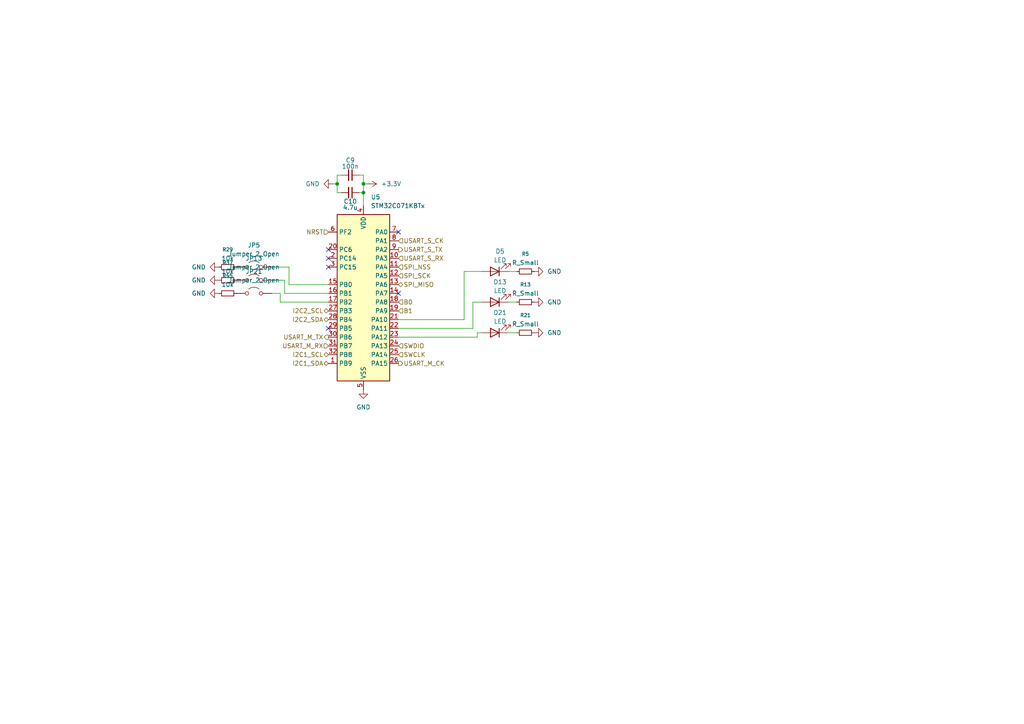
<source format=kicad_sch>
(kicad_sch (version 20250114) (generator "eeschema") (generator_version "9.0")
  (paper "A4")
  (lib_symbols
    (symbol "Device:C_Small" (pin_numbers (hide yes)) (pin_names (offset 0.254) (hide yes))
      (property "Reference" "C" (at 0.254 1.778 0))
      (property "Value" "C_Small" (at 0.254 -2.032 0))
      (symbol "C_Small_0_1"
        (polyline (pts (xy -1.524 0.508) (xy 1.524 0.508)) (stroke (width 0.3048)))
        (polyline (pts (xy -1.524 -0.508) (xy 1.524 -0.508)) (stroke (width 0.3302)))
      )
      (symbol "C_Small_1_1"
        (pin passive line (at 0 2.54 270) (length 2.032) (name "~") (number "1"))
        (pin passive line (at 0 -2.54 90) (length 2.032) (name "~") (number "2"))
      )
    )
    (symbol "Device:LED" (pin_numbers (hide yes)) (pin_names (offset 1.016) (hide yes))
      (property "Reference" "D" (at 0 2.54 0))
      (property "Value" "LED" (at 0 -2.54 0))
      (symbol "LED_0_1"
        (polyline (pts (xy -3.048 -0.762) (xy -4.572 -2.286) (xy -3.81 -2.286) (xy -4.572 -2.286) (xy -4.572 -1.524)))
        (polyline (pts (xy -1.778 -0.762) (xy -3.302 -2.286) (xy -2.54 -2.286) (xy -3.302 -2.286) (xy -3.302 -1.524)))
        (polyline (pts (xy -1.27 0) (xy 1.27 0)))
        (polyline (pts (xy -1.27 -1.27) (xy -1.27 1.27)) (stroke (width 0.254)))
        (polyline (pts (xy 1.27 -1.27) (xy 1.27 1.27) (xy -1.27 0) (xy 1.27 -1.27)) (stroke (width 0.254)))
      )
      (symbol "LED_1_1"
        (pin passive line (at -3.81 0 0) (length 2.54) (name "K") (number "1"))
        (pin passive line (at 3.81 0 180) (length 2.54) (name "A") (number "2"))
      )
    )
    (symbol "Device:R_Small" (pin_numbers (hide yes)) (pin_names (offset 0.254) (hide yes))
      (property "Reference" "R" (at 0 0 90))
      (property "Value" "R_Small" (at 1.778 0 90))
      (symbol "R_Small_0_1"
        (rectangle (start -0.762 1.778) (end 0.762 -1.778) (stroke (width 0.2032)))
      )
      (symbol "R_Small_1_1"
        (pin passive line (at 0 2.54 270) (length 0.762) (name "~") (number "1"))
        (pin passive line (at 0 -2.54 90) (length 0.762) (name "~") (number "2"))
      )
    )
    (symbol "Jumper:Jumper_2_Open" (pin_numbers (hide yes)) (pin_names (offset 0) (hide yes))
      (property "Reference" "JP" (at 0 2.794 0))
      (property "Value" "Jumper_2_Open" (at 0 -2.286 0))
      (symbol "Jumper_2_Open_0_0"
        (circle (center -2.032 0) (radius 0.508))
        (circle (center 2.032 0) (radius 0.508))
      )
      (symbol "Jumper_2_Open_0_1"
        (arc (start -1.524 1.27) (mid 0 1.778) (end 1.524 1.27))
      )
      (symbol "Jumper_2_Open_1_1"
        (pin passive line (at -5.08 0 0) (length 2.54) (name "A") (number "1"))
        (pin passive line (at 5.08 0 180) (length 2.54) (name "B") (number "2"))
      )
    )
    (symbol "MCU_ST_STM32C0:STM32C071KBTx"
      (property "Reference" "U" (at -7.62 26.67 0))
      (property "Value" "STM32C071KBTx" (at 2.54 26.67 0))
      (symbol "STM32C071KBTx_0_1"
        (rectangle (start -7.62 -22.86) (end 7.62 25.4) (stroke (width 0.254)) (fill (type background)))
      )
      (symbol "STM32C071KBTx_1_1"
        (pin bidirectional line (at -10.16 20.32 0) (length 2.54) (name "PF2") (number "6"))
        (pin bidirectional line (at -10.16 15.24 0) (length 2.54) (name "PC6") (number "20"))
        (pin bidirectional line (at -10.16 12.7 0) (length 2.54) (name "PC14") (number "2"))
        (pin bidirectional line (at -10.16 10.16 0) (length 2.54) (name "PC15") (number "3"))
        (pin bidirectional line (at -10.16 5.08 0) (length 2.54) (name "PB0") (number "15"))
        (pin bidirectional line (at -10.16 2.54 0) (length 2.54) (name "PB1") (number "16"))
        (pin bidirectional line (at -10.16 0 0) (length 2.54) (name "PB2") (number "17"))
        (pin bidirectional line (at -10.16 -2.54 0) (length 2.54) (name "PB3") (number "27"))
        (pin bidirectional line (at -10.16 -5.08 0) (length 2.54) (name "PB4") (number "28"))
        (pin bidirectional line (at -10.16 -7.62 0) (length 2.54) (name "PB5") (number "29"))
        (pin bidirectional line (at -10.16 -10.16 0) (length 2.54) (name "PB6") (number "30"))
        (pin bidirectional line (at -10.16 -12.7 0) (length 2.54) (name "PB7") (number "31"))
        (pin bidirectional line (at -10.16 -15.24 0) (length 2.54) (name "PB8") (number "32"))
        (pin bidirectional line (at -10.16 -17.78 0) (length 2.54) (name "PB9") (number "1"))
        (pin power_in line (at 0 27.94 270) (length 2.54) (name "VDD") (number "4"))
        (pin power_in line (at 0 -25.4 90) (length 2.54) (name "VSS") (number "5"))
        (pin bidirectional line (at 10.16 20.32 180) (length 2.54) (name "PA0") (number "7"))
        (pin bidirectional line (at 10.16 17.78 180) (length 2.54) (name "PA1") (number "8"))
        (pin bidirectional line (at 10.16 15.24 180) (length 2.54) (name "PA2") (number "9"))
        (pin bidirectional line (at 10.16 12.7 180) (length 2.54) (name "PA3") (number "10"))
        (pin bidirectional line (at 10.16 10.16 180) (length 2.54) (name "PA4") (number "11"))
        (pin bidirectional line (at 10.16 7.62 180) (length 2.54) (name "PA5") (number "12"))
        (pin bidirectional line (at 10.16 5.08 180) (length 2.54) (name "PA6") (number "13"))
        (pin bidirectional line (at 10.16 2.54 180) (length 2.54) (name "PA7") (number "14"))
        (pin bidirectional line (at 10.16 0 180) (length 2.54) (name "PA8") (number "18"))
        (pin bidirectional line (at 10.16 -2.54 180) (length 2.54) (name "PA9") (number "19"))
        (pin bidirectional line (at 10.16 -5.08 180) (length 2.54) (name "PA10") (number "21"))
        (pin bidirectional line (at 10.16 -7.62 180) (length 2.54) (name "PA11") (number "22"))
        (pin bidirectional line (at 10.16 -10.16 180) (length 2.54) (name "PA12") (number "23"))
        (pin bidirectional line (at 10.16 -12.7 180) (length 2.54) (name "PA13") (number "24"))
        (pin bidirectional line (at 10.16 -15.24 180) (length 2.54) (name "PA14") (number "25"))
        (pin bidirectional line (at 10.16 -17.78 180) (length 2.54) (name "PA15") (number "26"))
      )
    )
    (symbol "power:+3.3V" (power) (pin_numbers (hide yes)) (pin_names (offset 0) (hide yes))
      (property "Value" "+3.3V" (at 0 3.556 0))
      (symbol "+3.3V_0_1"
        (polyline (pts (xy -0.762 1.27) (xy 0 2.54)))
        (polyline (pts (xy 0 2.54) (xy 0.762 1.27)))
        (polyline (pts (xy 0 0) (xy 0 2.54)))
      )
      (symbol "+3.3V_1_1"
        (pin power_in line (at 0 0 90) (length 0) (name "~") (number "1"))
      )
    )
    (symbol "power:GND" (power) (pin_numbers (hide yes)) (pin_names (offset 0) (hide yes))
      (property "Value" "GND" (at 0 -3.81 0))
      (symbol "GND_0_1"
        (polyline (pts (xy 0 0) (xy 0 -1.27) (xy 1.27 -1.27) (xy 0 -2.54) (xy -1.27 -1.27) (xy 0 -1.27)))
      )
      (symbol "GND_1_1"
        (pin power_in line (at 0 0 270) (length 0) (name "~") (number "1"))
      )
    )
  )
  (junction (at 97.79 53.34))
  (junction (at 105.41 53.34))
  (junction (at 105.41 55.88))
  (no_connect (at 95.25 77.47))
  (no_connect (at 115.57 85.09))
  (no_connect (at 95.25 72.39))
  (no_connect (at 115.57 67.31))
  (no_connect (at 95.25 95.25))
  (no_connect (at 95.25 74.93))
  (wire (pts (xy 149.86 96.52) (xy 147.32 96.52)))
  (wire (pts (xy 138.43 96.52) (xy 139.7 96.52)))
  (wire (pts (xy 147.32 78.74) (xy 149.86 78.74)))
  (wire (pts (xy 81.28 87.63) (xy 81.28 85.09)))
  (wire (pts (xy 97.79 50.8) (xy 99.06 50.8)))
  (wire (pts (xy 137.16 87.63) (xy 139.7 87.63)))
  (wire (pts (xy 138.43 97.79) (xy 115.57 97.79)))
  (wire (pts (xy 115.57 95.25) (xy 137.16 95.25)))
  (wire (pts (xy 105.41 53.34) (xy 105.41 55.88)))
  (wire (pts (xy 97.79 50.8) (xy 97.79 53.34)))
  (wire (pts (xy 83.82 77.47) (xy 78.74 77.47)))
  (wire (pts (xy 137.16 95.25) (xy 137.16 87.63)))
  (wire (pts (xy 147.32 87.63) (xy 149.86 87.63)))
  (wire (pts (xy 95.25 85.09) (xy 82.55 85.09)))
  (wire (pts (xy 82.55 85.09) (xy 82.55 81.28)))
  (wire (pts (xy 105.41 55.88) (xy 105.41 59.69)))
  (wire (pts (xy 97.79 53.34) (xy 97.79 55.88)))
  (wire (pts (xy 83.82 82.55) (xy 83.82 77.47)))
  (wire (pts (xy 105.41 53.34) (xy 105.41 50.8)))
  (wire (pts (xy 104.14 50.8) (xy 105.41 50.8)))
  (wire (pts (xy 106.68 53.34) (xy 105.41 53.34)))
  (wire (pts (xy 115.57 92.71) (xy 134.62 92.71)))
  (wire (pts (xy 97.79 55.88) (xy 99.06 55.88)))
  (wire (pts (xy 95.25 82.55) (xy 83.82 82.55)))
  (wire (pts (xy 96.52 53.34) (xy 97.79 53.34)))
  (wire (pts (xy 104.14 55.88) (xy 105.41 55.88)))
  (wire (pts (xy 78.74 85.09) (xy 81.28 85.09)))
  (wire (pts (xy 95.25 87.63) (xy 81.28 87.63)))
  (wire (pts (xy 138.43 96.52) (xy 138.43 97.79)))
  (wire (pts (xy 134.62 92.71) (xy 134.62 78.74)))
  (wire (pts (xy 82.55 81.28) (xy 78.74 81.28)))
  (wire (pts (xy 134.62 78.74) (xy 139.7 78.74)))
  (hierarchical_label "I2C1_SDA" (shape bidirectional) (at 95.25 105.41 180))
  (hierarchical_label "USART_M_RX" (shape input) (at 95.25 100.33 180))
  (hierarchical_label "B1" (shape input) (at 115.57 90.17 0))
  (hierarchical_label "I2C1_SCL" (shape bidirectional) (at 95.25 102.87 180))
  (hierarchical_label "B0" (shape input) (at 115.57 87.63 0))
  (hierarchical_label "SWDIO" (shape input) (at 115.57 100.33 0))
  (hierarchical_label "USART_S_TX" (shape output) (at 115.57 72.39 0))
  (hierarchical_label "USART_S_CK" (shape input) (at 115.57 69.85 0))
  (hierarchical_label "I2C2_SDA" (shape bidirectional) (at 95.25 92.71 180))
  (hierarchical_label "USART_M_TX" (shape output) (at 95.25 97.79 180))
  (hierarchical_label "NRST" (shape input) (at 95.25 67.31 180))
  (hierarchical_label "USART_S_RX" (shape input) (at 115.57 74.93 0))
  (hierarchical_label "SPI_NSS" (shape input) (at 115.57 77.47 0))
  (hierarchical_label "USART_M_CK" (shape output) (at 115.57 105.41 0))
  (hierarchical_label "SPI_MISO" (shape bidirectional) (at 115.57 82.55 0))
  (hierarchical_label "I2C2_SCL" (shape bidirectional) (at 95.25 90.17 180))
  (hierarchical_label "SWCLK" (shape input) (at 115.57 102.87 0))
  (hierarchical_label "SPI_SCK" (shape input) (at 115.57 80.01 0))
  (symbol (lib_id "Device:R_Small") (at 152.4 78.74 90) (unit 1)
    (property "Reference" "R1" (at 152.4 73.66 90) (effects (font (size 1.016 1.016))))
    (property "Value" "R_Small" (at 152.4 76.2 90))
    (property "Footprint" "PCM_Resistor_SMD_AKL:R_0603_1608Metric_Pad0.98x0.95mm_HandSolder" (effects (hide yes)))
    (property "Description" "Resistor, small symbol" (effects (hide yes)))
    (instances (project "unit" (path "" (reference "R5") (unit 1)) (path "" (reference "R8") (unit 1)) (path "" (reference "R3") (unit 1)) (path "" (reference "R6") (unit 1)) (path "" (reference "R7") (unit 1)) (path "" (reference "R2") (unit 1)) (path "" (reference "R4") (unit 1)) (path "" (reference "R1") (unit 1))))
  )
  (symbol (lib_id "power:GND") (at 105.41 113.03 0) (unit 1)
    (property "Reference" "#PWR02" (effects (hide yes)))
    (property "Value" "GND" (at 105.41 118.11 0))
    (property "Description" "Power symbol creates a global label with name \"GND\" , ground" (effects (hide yes)))
    (instances (project "unit" (path "" (reference "#PWR014") (unit 1)) (path "" (reference "#PWR023") (unit 1)) (path "" (reference "#PWR08") (unit 1)) (path "" (reference "#PWR017") (unit 1)) (path "" (reference "#PWR020") (unit 1)) (path "" (reference "#PWR05") (unit 1)) (path "" (reference "#PWR011") (unit 1)) (path "" (reference "#PWR02") (unit 1))))
  )
  (symbol (lib_id "Device:LED") (at 143.51 96.52 180) (unit 1)
    (property "Reference" "D17" (at 145.034 90.678 0))
    (property "Value" "LED" (at 145.034 93.218 0))
    (property "Footprint" "LED_SMD:LED_0603_1608Metric_Pad1.05x0.95mm_HandSolder" (effects (hide yes)))
    (property "Description" "Light emitting diode" (effects (hide yes)))
    (property "Sim.Pins" "1=K 2=A" (effects (hide yes)))
    (instances (project "unit" (path "" (reference "D21") (unit 1)) (path "" (reference "D24") (unit 1)) (path "" (reference "D19") (unit 1)) (path "" (reference "D22") (unit 1)) (path "" (reference "D23") (unit 1)) (path "" (reference "D18") (unit 1)) (path "" (reference "D20") (unit 1)) (path "" (reference "D17") (unit 1))))
  )
  (symbol (lib_id "MCU_ST_STM32C0:STM32C071KBTx") (at 105.41 87.63 0) (unit 1)
    (property "Reference" "U1" (at 107.5533 57.15 0) (effects (justify left)))
    (property "Value" "STM32C071KBTx" (at 107.5533 59.69 0) (effects (justify left)))
    (property "Footprint" "Package_QFP:LQFP-32_7x7mm_P0.8mm" (effects (hide yes)))
    (property "Datasheet" "https://www.st.com/resource/en/datasheet/stm32c071kb.pdf" (effects (hide yes)))
    (property "Description" "STMicroelectronics Arm Cortex-M0+ MCU, 128KB flash, 24KB RAM, 30 GPIO, LQFP32_GP" (effects (hide yes)))
    (instances (project "unit" (path "" (reference "U5") (unit 1)) (path "" (reference "U8") (unit 1)) (path "" (reference "U3") (unit 1)) (path "" (reference "U6") (unit 1)) (path "" (reference "U7") (unit 1)) (path "" (reference "U2") (unit 1)) (path "" (reference "U4") (unit 1)) (path "" (reference "U1") (unit 1))))
  )
  (symbol (lib_id "power:GND") (at 154.94 78.74 90) (unit 1)
    (property "Reference" "#PWR041" (effects (hide yes)))
    (property "Value" "GND" (at 158.75 78.7399 90) (effects (justify right)))
    (property "Description" "Power symbol creates a global label with name \"GND\" , ground" (effects (hide yes)))
    (instances (project "unit" (path "" (reference "#PWR045") (unit 1)) (path "" (reference "#PWR048") (unit 1)) (path "" (reference "#PWR043") (unit 1)) (path "" (reference "#PWR046") (unit 1)) (path "" (reference "#PWR047") (unit 1)) (path "" (reference "#PWR042") (unit 1)) (path "" (reference "#PWR044") (unit 1)) (path "" (reference "#PWR041") (unit 1))))
  )
  (symbol (lib_id "Device:R_Small") (at 66.04 85.09 90) (unit 1)
    (property "Reference" "R41" (at 66.04 80.01 90) (effects (font (size 1.016 1.016))))
    (property "Value" "10k" (at 66.04 82.55 90))
    (property "Footprint" "PCM_Resistor_SMD_AKL:R_0603_1608Metric_Pad0.98x0.95mm_HandSolder" (effects (hide yes)))
    (property "Description" "Resistor, small symbol" (effects (hide yes)))
    (instances (project "unit" (path "" (reference "R45") (unit 1)) (path "" (reference "R48") (unit 1)) (path "" (reference "R43") (unit 1)) (path "" (reference "R46") (unit 1)) (path "" (reference "R47") (unit 1)) (path "" (reference "R42") (unit 1)) (path "" (reference "R44") (unit 1)) (path "" (reference "R41") (unit 1))))
  )
  (symbol (lib_id "Jumper:Jumper_2_Open") (at 73.66 81.28 0) (unit 1)
    (property "Reference" "JP9" (at 73.66 74.93 0))
    (property "Value" "Jumper_2_Open" (at 73.66 77.47 0))
    (property "Footprint" "PCM_Jumper_AKL:Jumper_P2.54mm_D1.2mm" (effects (hide yes)))
    (property "Description" "Jumper, 2-pole, open" (effects (hide yes)))
    (instances (project "unit" (path "" (reference "JP13") (unit 1)) (path "" (reference "JP16") (unit 1)) (path "" (reference "JP11") (unit 1)) (path "" (reference "JP14") (unit 1)) (path "" (reference "JP15") (unit 1)) (path "" (reference "JP10") (unit 1)) (path "" (reference "JP12") (unit 1)) (path "" (reference "JP9") (unit 1))))
  )
  (symbol (lib_id "Device:C_Small") (at 101.6 55.88 270) (unit 1)
    (property "Reference" "C2" (at 101.6 58.42 90))
    (property "Value" "4.7u" (at 101.6 60.198 90))
    (property "Footprint" "Capacitor_SMD:C_0603_1608Metric" (effects (hide yes)))
    (property "Description" "Unpolarized capacitor, small symbol" (effects (hide yes)))
    (instances (project "unit" (path "" (reference "C10") (unit 1)) (path "" (reference "C16") (unit 1)) (path "" (reference "C6") (unit 1)) (path "" (reference "C12") (unit 1)) (path "" (reference "C14") (unit 1)) (path "" (reference "C4") (unit 1)) (path "" (reference "C8") (unit 1)) (path "" (reference "C2") (unit 1))))
  )
  (symbol (lib_id "Device:LED") (at 143.51 78.74 180) (unit 1)
    (property "Reference" "D1" (at 145.034 72.898 0))
    (property "Value" "LED" (at 145.034 75.438 0))
    (property "Footprint" "LED_SMD:LED_0603_1608Metric_Pad1.05x0.95mm_HandSolder" (effects (hide yes)))
    (property "Description" "Light emitting diode" (effects (hide yes)))
    (property "Sim.Pins" "1=K 2=A" (effects (hide yes)))
    (instances (project "unit" (path "" (reference "D5") (unit 1)) (path "" (reference "D8") (unit 1)) (path "" (reference "D3") (unit 1)) (path "" (reference "D6") (unit 1)) (path "" (reference "D7") (unit 1)) (path "" (reference "D2") (unit 1)) (path "" (reference "D4") (unit 1)) (path "" (reference "D1") (unit 1))))
  )
  (symbol (lib_id "Jumper:Jumper_2_Open") (at 73.66 77.47 0) (unit 1)
    (property "Reference" "JP1" (at 73.66 71.12 0))
    (property "Value" "Jumper_2_Open" (at 73.66 73.66 0))
    (property "Footprint" "PCM_Jumper_AKL:Jumper_P2.54mm_D1.2mm" (effects (hide yes)))
    (property "Description" "Jumper, 2-pole, open" (effects (hide yes)))
    (instances (project "unit" (path "" (reference "JP5") (unit 1)) (path "" (reference "JP8") (unit 1)) (path "" (reference "JP3") (unit 1)) (path "" (reference "JP6") (unit 1)) (path "" (reference "JP7") (unit 1)) (path "" (reference "JP2") (unit 1)) (path "" (reference "JP4") (unit 1)) (path "" (reference "JP1") (unit 1))))
  )
  (symbol (lib_id "power:GND") (at 63.5 81.28 270) (unit 1)
    (property "Reference" "#PWR057" (effects (hide yes)))
    (property "Value" "GND" (at 59.69 81.2799 90) (effects (justify right)))
    (property "Description" "Power symbol creates a global label with name \"GND\" , ground" (effects (hide yes)))
    (instances (project "unit" (path "" (reference "#PWR061") (unit 1)) (path "" (reference "#PWR064") (unit 1)) (path "" (reference "#PWR059") (unit 1)) (path "" (reference "#PWR062") (unit 1)) (path "" (reference "#PWR063") (unit 1)) (path "" (reference "#PWR058") (unit 1)) (path "" (reference "#PWR060") (unit 1)) (path "" (reference "#PWR057") (unit 1))))
  )
  (symbol (lib_id "power:GND") (at 63.5 85.09 270) (unit 1)
    (property "Reference" "#PWR049" (effects (hide yes)))
    (property "Value" "GND" (at 59.69 85.0899 90) (effects (justify right)))
    (property "Description" "Power symbol creates a global label with name \"GND\" , ground" (effects (hide yes)))
    (instances (project "unit" (path "" (reference "#PWR053") (unit 1)) (path "" (reference "#PWR056") (unit 1)) (path "" (reference "#PWR051") (unit 1)) (path "" (reference "#PWR054") (unit 1)) (path "" (reference "#PWR055") (unit 1)) (path "" (reference "#PWR050") (unit 1)) (path "" (reference "#PWR052") (unit 1)) (path "" (reference "#PWR049") (unit 1))))
  )
  (symbol (lib_id "Device:C_Small") (at 101.6 50.8 270) (unit 1)
    (property "Reference" "C1" (at 101.6 46.482 90))
    (property "Value" "100n" (at 101.6 48.26 90))
    (property "Footprint" "Capacitor_SMD:C_0603_1608Metric" (effects (hide yes)))
    (property "Description" "Unpolarized capacitor, small symbol" (effects (hide yes)))
    (instances (project "unit" (path "" (reference "C9") (unit 1)) (path "" (reference "C15") (unit 1)) (path "" (reference "C5") (unit 1)) (path "" (reference "C11") (unit 1)) (path "" (reference "C13") (unit 1)) (path "" (reference "C3") (unit 1)) (path "" (reference "C7") (unit 1)) (path "" (reference "C1") (unit 1))))
  )
  (symbol (lib_id "power:+3.3V") (at 106.68 53.34 270) (unit 1)
    (property "Reference" "#PWR01" (effects (hide yes)))
    (property "Value" "+3.3V" (at 110.49 53.3399 90) (effects (justify left)))
    (property "Description" "Power symbol creates a global label with name \"+3.3V\"" (effects (hide yes)))
    (instances (project "unit" (path "" (reference "#PWR015") (unit 1)) (path "" (reference "#PWR024") (unit 1)) (path "" (reference "#PWR09") (unit 1)) (path "" (reference "#PWR018") (unit 1)) (path "" (reference "#PWR021") (unit 1)) (path "" (reference "#PWR06") (unit 1)) (path "" (reference "#PWR012") (unit 1)) (path "" (reference "#PWR01") (unit 1))))
  )
  (symbol (lib_id "power:GND") (at 96.52 53.34 270) (unit 1)
    (property "Reference" "#PWR03" (effects (hide yes)))
    (property "Value" "GND" (at 92.71 53.3399 90) (effects (justify right)))
    (property "Description" "Power symbol creates a global label with name \"GND\" , ground" (effects (hide yes)))
    (instances (project "unit" (path "" (reference "#PWR013") (unit 1)) (path "" (reference "#PWR022") (unit 1)) (path "" (reference "#PWR07") (unit 1)) (path "" (reference "#PWR016") (unit 1)) (path "" (reference "#PWR019") (unit 1)) (path "" (reference "#PWR04") (unit 1)) (path "" (reference "#PWR010") (unit 1)) (path "" (reference "#PWR03") (unit 1))))
  )
  (symbol (lib_id "Device:R_Small") (at 66.04 77.47 90) (unit 1)
    (property "Reference" "R25" (at 66.04 72.39 90) (effects (font (size 1.016 1.016))))
    (property "Value" "10k" (at 66.04 74.93 90))
    (property "Footprint" "PCM_Resistor_SMD_AKL:R_0603_1608Metric_Pad0.98x0.95mm_HandSolder" (effects (hide yes)))
    (property "Description" "Resistor, small symbol" (effects (hide yes)))
    (instances (project "unit" (path "" (reference "R29") (unit 1)) (path "" (reference "R32") (unit 1)) (path "" (reference "R27") (unit 1)) (path "" (reference "R30") (unit 1)) (path "" (reference "R31") (unit 1)) (path "" (reference "R26") (unit 1)) (path "" (reference "R28") (unit 1)) (path "" (reference "R25") (unit 1))))
  )
  (symbol (lib_id "Device:LED") (at 143.51 87.63 180) (unit 1)
    (property "Reference" "D9" (at 145.034 81.788 0))
    (property "Value" "LED" (at 145.034 84.328 0))
    (property "Footprint" "LED_SMD:LED_0603_1608Metric_Pad1.05x0.95mm_HandSolder" (effects (hide yes)))
    (property "Description" "Light emitting diode" (effects (hide yes)))
    (property "Sim.Pins" "1=K 2=A" (effects (hide yes)))
    (instances (project "unit" (path "" (reference "D13") (unit 1)) (path "" (reference "D16") (unit 1)) (path "" (reference "D11") (unit 1)) (path "" (reference "D14") (unit 1)) (path "" (reference "D15") (unit 1)) (path "" (reference "D10") (unit 1)) (path "" (reference "D12") (unit 1)) (path "" (reference "D9") (unit 1))))
  )
  (symbol (lib_id "Device:R_Small") (at 152.4 96.52 90) (unit 1)
    (property "Reference" "R17" (at 152.4 91.44 90) (effects (font (size 1.016 1.016))))
    (property "Value" "R_Small" (at 152.4 93.98 90))
    (property "Footprint" "PCM_Resistor_SMD_AKL:R_0603_1608Metric_Pad0.98x0.95mm_HandSolder" (effects (hide yes)))
    (property "Description" "Resistor, small symbol" (effects (hide yes)))
    (instances (project "unit" (path "" (reference "R21") (unit 1)) (path "" (reference "R24") (unit 1)) (path "" (reference "R19") (unit 1)) (path "" (reference "R22") (unit 1)) (path "" (reference "R23") (unit 1)) (path "" (reference "R18") (unit 1)) (path "" (reference "R20") (unit 1)) (path "" (reference "R17") (unit 1))))
  )
  (symbol (lib_id "Device:R_Small") (at 66.04 81.28 90) (unit 1)
    (property "Reference" "R33" (at 66.04 76.2 90) (effects (font (size 1.016 1.016))))
    (property "Value" "10k" (at 66.04 78.74 90))
    (property "Footprint" "PCM_Resistor_SMD_AKL:R_0603_1608Metric_Pad0.98x0.95mm_HandSolder" (effects (hide yes)))
    (property "Description" "Resistor, small symbol" (effects (hide yes)))
    (instances (project "unit" (path "" (reference "R37") (unit 1)) (path "" (reference "R40") (unit 1)) (path "" (reference "R35") (unit 1)) (path "" (reference "R38") (unit 1)) (path "" (reference "R39") (unit 1)) (path "" (reference "R34") (unit 1)) (path "" (reference "R36") (unit 1)) (path "" (reference "R33") (unit 1))))
  )
  (symbol (lib_id "power:GND") (at 63.5 77.47 270) (unit 1)
    (property "Reference" "#PWR065" (effects (hide yes)))
    (property "Value" "GND" (at 59.69 77.4699 90) (effects (justify right)))
    (property "Description" "Power symbol creates a global label with name \"GND\" , ground" (effects (hide yes)))
    (instances (project "unit" (path "" (reference "#PWR069") (unit 1)) (path "" (reference "#PWR072") (unit 1)) (path "" (reference "#PWR067") (unit 1)) (path "" (reference "#PWR070") (unit 1)) (path "" (reference "#PWR071") (unit 1)) (path "" (reference "#PWR066") (unit 1)) (path "" (reference "#PWR068") (unit 1)) (path "" (reference "#PWR065") (unit 1))))
  )
  (symbol (lib_id "Device:R_Small") (at 152.4 87.63 90) (unit 1)
    (property "Reference" "R9" (at 152.4 82.55 90) (effects (font (size 1.016 1.016))))
    (property "Value" "R_Small" (at 152.4 85.09 90))
    (property "Footprint" "PCM_Resistor_SMD_AKL:R_0603_1608Metric_Pad0.98x0.95mm_HandSolder" (effects (hide yes)))
    (property "Description" "Resistor, small symbol" (effects (hide yes)))
    (instances (project "unit" (path "" (reference "R13") (unit 1)) (path "" (reference "R16") (unit 1)) (path "" (reference "R11") (unit 1)) (path "" (reference "R14") (unit 1)) (path "" (reference "R15") (unit 1)) (path "" (reference "R10") (unit 1)) (path "" (reference "R12") (unit 1)) (path "" (reference "R9") (unit 1))))
  )
  (symbol (lib_id "power:GND") (at 154.94 87.63 90) (unit 1)
    (property "Reference" "#PWR033" (effects (hide yes)))
    (property "Value" "GND" (at 158.75 87.6299 90) (effects (justify right)))
    (property "Description" "Power symbol creates a global label with name \"GND\" , ground" (effects (hide yes)))
    (instances (project "unit" (path "" (reference "#PWR037") (unit 1)) (path "" (reference "#PWR040") (unit 1)) (path "" (reference "#PWR035") (unit 1)) (path "" (reference "#PWR038") (unit 1)) (path "" (reference "#PWR039") (unit 1)) (path "" (reference "#PWR034") (unit 1)) (path "" (reference "#PWR036") (unit 1)) (path "" (reference "#PWR033") (unit 1))))
  )
  (symbol (lib_id "power:GND") (at 154.94 96.52 90) (unit 1)
    (property "Reference" "#PWR025" (effects (hide yes)))
    (property "Value" "GND" (at 158.75 96.5199 90) (effects (justify right)))
    (property "Description" "Power symbol creates a global label with name \"GND\" , ground" (effects (hide yes)))
    (instances (project "unit" (path "" (reference "#PWR029") (unit 1)) (path "" (reference "#PWR032") (unit 1)) (path "" (reference "#PWR027") (unit 1)) (path "" (reference "#PWR030") (unit 1)) (path "" (reference "#PWR031") (unit 1)) (path "" (reference "#PWR026") (unit 1)) (path "" (reference "#PWR028") (unit 1)) (path "" (reference "#PWR025") (unit 1))))
  )
  (symbol (lib_id "Jumper:Jumper_2_Open") (at 73.66 85.09 0) (unit 1)
    (property "Reference" "JP17" (at 73.66 78.74 0))
    (property "Value" "Jumper_2_Open" (at 73.66 81.28 0))
    (property "Footprint" "PCM_Jumper_AKL:Jumper_P2.54mm_D1.2mm" (effects (hide yes)))
    (property "Description" "Jumper, 2-pole, open" (effects (hide yes)))
    (instances (project "unit" (path "" (reference "JP21") (unit 1)) (path "" (reference "JP24") (unit 1)) (path "" (reference "JP19") (unit 1)) (path "" (reference "JP22") (unit 1)) (path "" (reference "JP23") (unit 1)) (path "" (reference "JP18") (unit 1)) (path "" (reference "JP20") (unit 1)) (path "" (reference "JP17") (unit 1))))
  )
)
</source>
